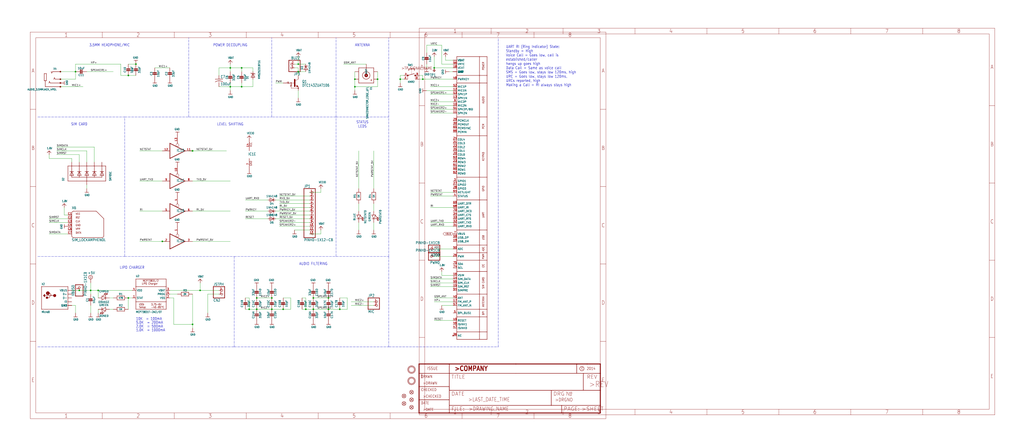
<source format=kicad_sch>
(kicad_sch (version 20211123) (generator eeschema)
  (paper "User" 688.899 301.701)
  (junction (at 292.1 45.72))
  (junction (at 60.96 195.58))
  (junction (at 228.6 208.28))
  (junction (at 129.54 218.44))
  (junction (at 190.5 208.28))
  (junction (at 238.76 58.42))
  (junction (at 66.04 195.58))
  (junction (at 269.24 53.34))
  (junction (at 254 53.34))
  (junction (at 172.72 200.66))
  (junction (at 220.98 208.28))
  (junction (at 109.22 162.56))
  (junction (at 86.36 50.8))
  (junction (at 53.34 195.58))
  (junction (at 86.36 200.66))
  (junction (at 50.8 48.26))
  (junction (at 172.72 208.28))
  (junction (at 205.74 208.28))
  (junction (at 162.56 45.72))
  (junction (at 91.44 43.18))
  (junction (at 200.66 48.26))
  (junction (at 284.48 53.34))
  (junction (at 210.82 208.28))
  (junction (at 154.94 45.72))
  (junction (at 162.56 58.42))
  (junction (at 182.88 200.66))
  (junction (at 154.94 58.42))
  (junction (at 210.82 200.66))
  (junction (at 182.88 208.28))
  (junction (at 167.64 208.28))
  (junction (at 200.66 43.18))
  (junction (at 220.98 200.66))
  (junction (at 134.62 195.58))
  (junction (at 238.76 53.34))
  (junction (at 129.54 101.6))
  (wire (pts (xy 269.24 53.34) (xy 269.24 55.88)))
  (wire (pts (xy 251.46 137.16) (xy 251.46 142.24)))
  (wire (pts (xy 208.28 154.94) (xy 198.12 154.94)))
  (wire (pts (xy 129.54 101.6) (xy 152.4 101.6)))
  (wire (pts (xy 241.3 127) (xy 241.3 101.6)))
  (wire (pts (xy 48.26 205.74) (xy 50.8 205.74)))
  (wire (pts (xy 208.28 149.86) (xy 187.96 149.86)))
  (wire (pts (xy 271.78 50.8) (xy 269.24 50.8)))
  (wire (pts (xy 215.9 157.48) (xy 208.28 157.48)))
  (wire (pts (xy 185.42 147.32) (xy 208.28 147.32)))
  (wire (pts (xy 116.84 218.44) (xy 129.54 218.44)))
  (polyline (pts (xy 335.28 233.68) (xy 335.28 25.4)))
  (wire (pts (xy 66.04 195.58) (xy 88.9 195.58)))
  (wire (pts (xy 304.8 167.64) (xy 292.1 167.64)))
  (wire (pts (xy 271.78 53.34) (xy 269.24 53.34)))
  (wire (pts (xy 147.32 58.42) (xy 154.94 58.42)))
  (wire (pts (xy 48.26 195.58) (xy 53.34 195.58)))
  (wire (pts (xy 198.12 45.72) (xy 200.66 45.72)))
  (wire (pts (xy 185.42 142.24) (xy 208.28 142.24)))
  (wire (pts (xy 104.14 45.72) (xy 114.3 45.72)))
  (wire (pts (xy 33.02 106.68) (xy 33.02 104.14)))
  (wire (pts (xy 134.62 195.58) (xy 114.3 195.58)))
  (wire (pts (xy 147.32 50.8) (xy 147.32 45.72)))
  (wire (pts (xy 86.36 43.18) (xy 91.44 43.18)))
  (wire (pts (xy 167.64 200.66) (xy 167.64 208.28)))
  (wire (pts (xy 187.96 144.78) (xy 208.28 144.78)))
  (wire (pts (xy 66.04 200.66) (xy 66.04 195.58)))
  (wire (pts (xy 162.56 55.88) (xy 162.56 58.42)))
  (wire (pts (xy 60.96 205.74) (xy 60.96 210.82)))
  (polyline (pts (xy 226.06 78.74) (xy 261.62 78.74)))
  (wire (pts (xy 134.62 195.58) (xy 147.32 195.58)))
  (wire (pts (xy 187.96 139.7) (xy 208.28 139.7)))
  (wire (pts (xy 289.56 71.12) (xy 304.8 71.12)))
  (polyline (pts (xy 157.48 233.68) (xy 157.48 172.72)))
  (wire (pts (xy 116.84 200.66) (xy 116.84 218.44)))
  (wire (pts (xy 304.8 40.64) (xy 299.72 40.64)))
  (wire (pts (xy 299.72 40.64) (xy 299.72 38.1)))
  (wire (pts (xy 53.34 195.58) (xy 60.96 195.58)))
  (wire (pts (xy 297.18 205.74) (xy 304.8 205.74)))
  (wire (pts (xy 205.74 200.66) (xy 205.74 208.28)))
  (wire (pts (xy 170.18 45.72) (xy 170.18 48.26)))
  (wire (pts (xy 165.1 200.66) (xy 167.64 200.66)))
  (wire (pts (xy 180.34 134.62) (xy 165.1 134.62)))
  (wire (pts (xy 172.72 208.28) (xy 182.88 208.28)))
  (wire (pts (xy 233.68 208.28) (xy 228.6 208.28)))
  (wire (pts (xy 190.5 208.28) (xy 182.88 208.28)))
  (wire (pts (xy 233.68 200.66) (xy 233.68 208.28)))
  (wire (pts (xy 187.96 152.4) (xy 208.28 152.4)))
  (wire (pts (xy 205.74 208.28) (xy 210.82 208.28)))
  (wire (pts (xy 76.2 48.26) (xy 58.42 48.26)))
  (wire (pts (xy 251.46 101.6) (xy 251.46 127)))
  (wire (pts (xy 134.62 195.58) (xy 134.62 190.5)))
  (wire (pts (xy 251.46 203.2) (xy 236.22 203.2)))
  (wire (pts (xy 304.8 149.86) (xy 289.56 149.86)))
  (wire (pts (xy 129.54 142.24) (xy 154.94 142.24)))
  (wire (pts (xy 304.8 139.7) (xy 289.56 139.7)))
  (wire (pts (xy 292.1 172.72) (xy 304.8 172.72)))
  (wire (pts (xy 162.56 48.26) (xy 162.56 45.72)))
  (wire (pts (xy 50.8 48.26) (xy 40.64 48.26)))
  (polyline (pts (xy 157.48 233.68) (xy 261.62 233.68)))
  (wire (pts (xy 40.64 53.34) (xy 50.8 53.34)))
  (wire (pts (xy 304.8 203.2) (xy 292.1 203.2)))
  (wire (pts (xy 304.8 215.9) (xy 292.1 215.9)))
  (wire (pts (xy 81.28 50.8) (xy 86.36 50.8)))
  (wire (pts (xy 109.22 162.56) (xy 93.98 162.56)))
  (wire (pts (xy 53.34 109.22) (xy 53.34 104.14)))
  (wire (pts (xy 76.2 208.28) (xy 73.66 208.28)))
  (wire (pts (xy 231.14 43.18) (xy 246.38 43.18)))
  (wire (pts (xy 215.9 154.94) (xy 215.9 157.48)))
  (wire (pts (xy 48.26 109.22) (xy 48.26 106.68)))
  (wire (pts (xy 195.58 200.66) (xy 195.58 208.28)))
  (wire (pts (xy 304.8 193.04) (xy 289.56 193.04)))
  (polyline (pts (xy 261.62 172.72) (xy 261.62 78.74)))
  (wire (pts (xy 180.34 147.32) (xy 165.1 147.32)))
  (wire (pts (xy 297.18 185.42) (xy 297.18 182.88)))
  (polyline (pts (xy 182.88 78.74) (xy 182.88 25.4)))
  (wire (pts (xy 162.56 58.42) (xy 170.18 58.42)))
  (wire (pts (xy 297.18 30.48) (xy 287.02 30.48)))
  (wire (pts (xy 40.64 58.42) (xy 55.88 58.42)))
  (wire (pts (xy 180.34 142.24) (xy 165.1 142.24)))
  (wire (pts (xy 220.98 200.66) (xy 210.82 200.66)))
  (wire (pts (xy 109.22 121.92) (xy 93.98 121.92)))
  (polyline (pts (xy 127 78.74) (xy 127 25.4)))
  (wire (pts (xy 269.24 50.8) (xy 269.24 53.34)))
  (wire (pts (xy 185.42 134.62) (xy 208.28 134.62)))
  (wire (pts (xy 241.3 149.86) (xy 241.3 154.94)))
  (wire (pts (xy 287.02 60.96) (xy 304.8 60.96)))
  (wire (pts (xy 238.76 60.96) (xy 238.76 58.42)))
  (polyline (pts (xy 226.06 78.74) (xy 226.06 25.4)))
  (wire (pts (xy 129.54 218.44) (xy 129.54 220.98)))
  (wire (pts (xy 60.96 198.12) (xy 60.96 195.58)))
  (wire (pts (xy 200.66 43.18) (xy 205.74 43.18)))
  (wire (pts (xy 304.8 132.08) (xy 289.56 132.08)))
  (wire (pts (xy 129.54 162.56) (xy 154.94 162.56)))
  (wire (pts (xy 50.8 43.18) (xy 81.28 43.18)))
  (wire (pts (xy 58.42 101.6) (xy 38.1 101.6)))
  (wire (pts (xy 304.8 73.66) (xy 289.56 73.66)))
  (polyline (pts (xy 83.82 172.72) (xy 157.48 172.72)))
  (wire (pts (xy 254 53.34) (xy 254 48.26)))
  (wire (pts (xy 205.74 208.28) (xy 203.2 208.28)))
  (wire (pts (xy 154.94 55.88) (xy 154.94 58.42)))
  (wire (pts (xy 304.8 48.26) (xy 302.26 48.26)))
  (wire (pts (xy 50.8 48.26) (xy 50.8 53.34)))
  (polyline (pts (xy 25.4 233.68) (xy 157.48 233.68)))
  (wire (pts (xy 200.66 48.26) (xy 200.66 50.8)))
  (wire (pts (xy 154.94 45.72) (xy 154.94 43.18)))
  (wire (pts (xy 170.18 58.42) (xy 170.18 53.34)))
  (wire (pts (xy 129.54 121.92) (xy 154.94 121.92)))
  (wire (pts (xy 127 101.6) (xy 129.54 101.6)))
  (polyline (pts (xy 226.06 78.74) (xy 182.88 78.74)))
  (wire (pts (xy 287.02 30.48) (xy 287.02 35.56)))
  (wire (pts (xy 182.88 200.66) (xy 172.72 200.66)))
  (wire (pts (xy 86.36 200.66) (xy 88.9 200.66)))
  (wire (pts (xy 50.8 48.26) (xy 50.8 43.18)))
  (wire (pts (xy 81.28 43.18) (xy 81.28 50.8)))
  (wire (pts (xy 284.48 50.8) (xy 284.48 53.34)))
  (wire (pts (xy 228.6 208.28) (xy 220.98 208.28)))
  (wire (pts (xy 58.42 124.46) (xy 58.42 127)))
  (polyline (pts (xy 261.62 233.68) (xy 261.62 172.72)))
  (wire (pts (xy 86.36 208.28) (xy 86.36 200.66)))
  (wire (pts (xy 238.76 48.26) (xy 238.76 53.34)))
  (wire (pts (xy 304.8 43.18) (xy 297.18 43.18)))
  (wire (pts (xy 254 58.42) (xy 254 53.34)))
  (polyline (pts (xy 25.4 172.72) (xy 83.82 172.72)))
  (wire (pts (xy 60.96 195.58) (xy 60.96 190.5)))
  (wire (pts (xy 111.76 162.56) (xy 109.22 162.56)))
  (wire (pts (xy 287.02 43.18) (xy 287.02 45.72)))
  (wire (pts (xy 154.94 58.42) (xy 162.56 58.42)))
  (wire (pts (xy 200.66 60.96) (xy 200.66 66.04)))
  (wire (pts (xy 238.76 58.42) (xy 254 58.42)))
  (polyline (pts (xy 157.48 172.72) (xy 226.06 172.72)))
  (wire (pts (xy 200.66 48.26) (xy 205.74 48.26)))
  (wire (pts (xy 200.66 43.18) (xy 198.12 43.18)))
  (wire (pts (xy 236.22 205.74) (xy 251.46 205.74)))
  (polyline (pts (xy 83.82 78.74) (xy 127 78.74)))
  (wire (pts (xy 129.54 198.12) (xy 129.54 218.44)))
  (wire (pts (xy 154.94 60.96) (xy 154.94 58.42)))
  (wire (pts (xy 45.72 149.86) (xy 33.02 149.86)))
  (wire (pts (xy 154.94 45.72) (xy 162.56 45.72)))
  (polyline (pts (xy 226.06 172.72) (xy 226.06 78.74)))
  (wire (pts (xy 228.6 200.66) (xy 233.68 200.66)))
  (wire (pts (xy 45.72 144.78) (xy 43.18 144.78)))
  (wire (pts (xy 190.5 200.66) (xy 195.58 200.66)))
  (wire (pts (xy 215.9 129.54) (xy 208.28 129.54)))
  (wire (pts (xy 76.2 200.66) (xy 73.66 200.66)))
  (wire (pts (xy 114.3 198.12) (xy 119.38 198.12)))
  (wire (pts (xy 304.8 129.54) (xy 289.56 129.54)))
  (wire (pts (xy 210.82 208.28) (xy 220.98 208.28)))
  (wire (pts (xy 289.56 63.5) (xy 304.8 63.5)))
  (wire (pts (xy 289.56 58.42) (xy 304.8 58.42)))
  (wire (pts (xy 187.96 137.16) (xy 208.28 137.16)))
  (wire (pts (xy 58.42 109.22) (xy 58.42 101.6)))
  (wire (pts (xy 109.22 142.24) (xy 93.98 142.24)))
  (wire (pts (xy 289.56 187.96) (xy 304.8 187.96)))
  (wire (pts (xy 147.32 45.72) (xy 154.94 45.72)))
  (wire (pts (xy 297.18 43.18) (xy 297.18 30.48)))
  (wire (pts (xy 289.56 76.2) (xy 304.8 76.2)))
  (wire (pts (xy 200.66 45.72) (xy 200.66 48.26)))
  (polyline (pts (xy 261.62 233.68) (xy 335.28 233.68)))
  (polyline (pts (xy 226.06 172.72) (xy 261.62 172.72)))
  (wire (pts (xy 195.58 208.28) (xy 190.5 208.28)))
  (wire (pts (xy 45.72 147.32) (xy 33.02 147.32)))
  (wire (pts (xy 167.64 208.28) (xy 165.1 208.28)))
  (wire (pts (xy 304.8 152.4) (xy 289.56 152.4)))
  (wire (pts (xy 109.22 101.6) (xy 93.98 101.6)))
  (wire (pts (xy 162.56 45.72) (xy 170.18 45.72)))
  (wire (pts (xy 304.8 190.5) (xy 289.56 190.5)))
  (wire (pts (xy 284.48 53.34) (xy 281.94 53.34)))
  (wire (pts (xy 43.18 144.78) (xy 43.18 139.7)))
  (wire (pts (xy 215.9 127) (xy 215.9 129.54)))
  (wire (pts (xy 238.76 53.34) (xy 238.76 58.42)))
  (polyline (pts (xy 127 78.74) (xy 182.88 78.74)))
  (wire (pts (xy 48.26 106.68) (xy 33.02 106.68)))
  (wire (pts (xy 292.1 45.72) (xy 292.1 38.1)))
  (wire (pts (xy 304.8 53.34) (xy 284.48 53.34)))
  (polyline (pts (xy 25.4 78.74) (xy 83.82 78.74)))
  (wire (pts (xy 200.66 38.1) (xy 200.66 43.18)))
  (wire (pts (xy 60.96 195.58) (xy 66.04 195.58)))
  (wire (pts (xy 139.7 198.12) (xy 147.32 198.12)))
  (wire (pts (xy 66.04 208.28) (xy 66.04 210.82)))
  (wire (pts (xy 203.2 200.66) (xy 205.74 200.66)))
  (wire (pts (xy 114.3 200.66) (xy 116.84 200.66)))
  (wire (pts (xy 63.5 99.06) (xy 38.1 99.06)))
  (wire (pts (xy 304.8 185.42) (xy 297.18 185.42)))
  (wire (pts (xy 304.8 45.72) (xy 292.1 45.72)))
  (wire (pts (xy 33.02 157.48) (xy 45.72 157.48)))
  (wire (pts (xy 241.3 137.16) (xy 241.3 142.24)))
  (wire (pts (xy 63.5 109.22) (xy 63.5 99.06)))
  (wire (pts (xy 91.44 50.8) (xy 86.36 50.8)))
  (wire (pts (xy 53.34 104.14) (xy 38.1 104.14)))
  (wire (pts (xy 281.94 50.8) (xy 284.48 50.8)))
  (wire (pts (xy 50.8 205.74) (xy 50.8 210.82)))
  (wire (pts (xy 251.46 154.94) (xy 251.46 149.86)))
  (wire (pts (xy 154.94 48.26) (xy 154.94 45.72)))
  (polyline (pts (xy 83.82 172.72) (xy 83.82 78.74)))
  (wire (pts (xy 187.96 132.08) (xy 208.28 132.08)))
  (wire (pts (xy 304.8 68.58) (xy 289.56 68.58)))
  (wire (pts (xy 304.8 200.66) (xy 292.1 200.66)))
  (wire (pts (xy 139.7 198.12) (xy 139.7 210.82)))
  (wire (pts (xy 190.5 55.88) (xy 185.42 55.88)))
  (polyline (pts (xy 261.62 78.74) (xy 261.62 25.4)))
  (wire (pts (xy 167.64 208.28) (xy 172.72 208.28)))
  (text "POWER DECOUPLING" (at 154.94 30.48 180) (effects (font (size 1.778 1.5113))))
  (text "3.5MM HEADPHONE/MIC" (at 73.66 30.48 180) (effects (font (size 1.778 1.5113))))
  (text "STATUS\nLEDS" (at 243.84 83.82 180) (effects (font (size 1.778 1.5113))))
  (text "SIM CARD" (at 53.34 83.82 180) (effects (font (size 1.778 1.5113))))
  (text "ANTENNA" (at 243.84 30.48 180) (effects (font (size 1.778 1.5113))))
  (text "10K  = 100mA" (at 91.44 215.9 180) (effects (font (size 1.778 1.5113)) (justify left bottom)))
  (text "2.0K  = 500mA" (at 91.44 220.98 180) (effects (font (size 1.778 1.5113)) (justify left bottom)))
  (text "LIPO CHARGER" (at 88.9 180.34 180) (effects (font (size 1.778 1.5113))))
  (text "AUDIO FILTERING" (at 210.82 177.8 180) (effects (font (size 1.778 1.5113))))
  (text "1.0K  = 1000mA" (at 91.44 223.52 180) (effects (font (size 1.778 1.5113)) (justify left bottom)))
  (text "LEVEL SHIFTING" (at 154.94 83.82 180) (effects (font (size 1.778 1.5113))))
  (text "5.0K  = 200mA" (at 91.44 218.44 180) (effects (font (size 1.778 1.5113)) (justify left bottom)))
  (text "UART RI (Ring Indicator) State:\nStandby = High\nVoice Call = Goes low, call is\nestablished/caller\nhangs up goes high\nData Call = Same as voice call\nSMS = Goes low, stays low 120ms, high\nURC = Goes low, stays low 120ms,\nURCs reported, high\nMaking a Call = RI always stays high" (at 340.36 58.42 0) (effects (font (size 1.778 1.5113)) (justify left bottom)))
  (label "SIMCLK" (at 33.02 149.86 0) (effects (font (size 1.2446 1.2446))))
  (label "GSM_ANT" (at 231.14 43.18 0) (effects (font (size 1.2446 1.2446))))
  (label "SPEAKER2-" (at 213.36 208.28 0) (effects (font (size 1.2446 1.2446))))
  (label "TXD_5V" (at 132.08 121.92 0) (effects (font (size 1.2446 1.2446))))
  (label "PWM" (at 292.1 172.72 0) (effects (font (size 1.2446 1.2446))))
  (label "NETSTAT" (at 93.98 101.6 0) (effects (font (size 1.2446 1.2446))))
  (label "MIC1+" (at 48.26 58.42 0) (effects (font (size 1.2446 1.2446))))
  (label "ADC" (at 292.1 167.64 0) (effects (font (size 1.2446 1.2446))))
  (label "UART_RXD" (at 289.56 152.4 0) (effects (font (size 1.2446 1.2446))))
  (label "SIMRST" (at 289.56 193.04 0) (effects (font (size 1.2446 1.2446))))
  (label "RESET" (at 292.1 215.9 0) (effects (font (size 1.2446 1.2446))))
  (label "PWRSTAT_5V" (at 132.08 162.56 0) (effects (font (size 1.2446 1.2446))))
  (label "GSM_ANT" (at 292.1 200.66 0) (effects (font (size 1.2446 1.2446))))
  (label "RXD_5V" (at 187.96 134.62 0) (effects (font (size 1.2446 1.2446))))
  (label "VRTC" (at 289.56 30.48 0) (effects (font (size 1.2446 1.2446))))
  (label "MIC2+" (at 238.76 203.2 0) (effects (font (size 1.2446 1.2446))))
  (label "RI" (at 93.98 142.24 0) (effects (font (size 1.2446 1.2446))))
  (label "SIMRST" (at 38.1 104.14 0) (effects (font (size 1.2446 1.2446))))
  (label "MIC1+" (at 106.68 45.72 0) (effects (font (size 1.2446 1.2446))))
  (label "NETSTAT" (at 289.56 129.54 0) (effects (font (size 1.2446 1.2446))))
  (label "NETSTAT_5V" (at 132.08 101.6 0) (effects (font (size 1.2446 1.2446))))
  (label "SPEAKER2-" (at 289.56 76.2 0) (effects (font (size 1.2446 1.2446))))
  (label "UART_TXD" (at 93.98 121.92 0) (effects (font (size 1.2446 1.2446))))
  (label "RI_5V" (at 187.96 139.7 0) (effects (font (size 1.2446 1.2446))))
  (label "MIC2-" (at 175.26 208.28 0) (effects (font (size 1.2446 1.2446))))
  (label "RESET_5V" (at 187.96 147.32 0) (effects (font (size 1.2446 1.2446))))
  (label "RI_5V" (at 132.08 142.24 0) (effects (font (size 1.2446 1.2446))))
  (label "SPEAKER2+" (at 289.56 73.66 0) (effects (font (size 1.2446 1.2446))))
  (label "SIMDATA" (at 33.02 157.48 0) (effects (font (size 1.2446 1.2446))))
  (label "MIC2-" (at 289.56 71.12 0) (effects (font (size 1.2446 1.2446))))
  (label "MIC2+" (at 289.56 68.58 0) (effects (font (size 1.2446 1.2446))))
  (label "HP+" (at 60.96 43.18 0) (effects (font (size 1.2446 1.2446))))
  (label "SPEAKER2+" (at 213.36 200.66 0) (effects (font (size 1.2446 1.2446))))
  (label "SIMDATA" (at 38.1 99.06 0) (effects (font (size 1.2446 1.2446))))
  (label "SPEAKER1+" (at 289.56 63.5 0) (effects (font (size 1.2446 1.2446))))
  (label "TXD_5V" (at 187.96 137.16 0) (effects (font (size 1.2446 1.2446))))
  (label "MIC2+" (at 175.26 200.66 0) (effects (font (size 1.2446 1.2446))))
  (label "MIC2-" (at 238.76 205.74 0) (effects (font (size 1.2446 1.2446))))
  (label "HP+" (at 292.1 203.2 0) (effects (font (size 1.2446 1.2446))))
  (label "SIMDATA" (at 289.56 187.96 0) (effects (font (size 1.2446 1.2446))))
  (label "UART_TXD" (at 289.56 149.86 0) (effects (font (size 1.2446 1.2446))))
  (label "PWRSTAT" (at 93.98 162.56 0) (effects (font (size 1.2446 1.2446))))
  (label "SIMRST" (at 33.02 147.32 0) (effects (font (size 1.2446 1.2446))))
  (label "PWRKEY" (at 289.56 53.34 0) (effects (font (size 1.2446 1.2446))))
  (label "SPEAKER1+" (at 60.96 48.26 0) (effects (font (size 1.2446 1.2446))))
  (label "NETSTAT_5V" (at 187.96 132.08 0) (effects (font (size 1.2446 1.2446))))
  (label "SPEAKER2+" (at 187.96 152.4 0) (effects (font (size 1.2446 1.2446))))
  (label "RESET" (at 165.1 147.32 0) (effects (font (size 1.2446 1.2446))))
  (label "NETSTAT_5V" (at 241.3 119.38 90) (effects (font (size 1.2446 1.2446))))
  (label "PWRSTAT_5V" (at 251.46 119.38 90) (effects (font (size 1.2446 1.2446))))
  (label "SPEAKER2-" (at 187.96 149.86 0) (effects (font (size 1.2446 1.2446))))
  (label "SIMCLK" (at 289.56 190.5 0) (effects (font (size 1.2446 1.2446))))
  (label "PWRKEY" (at 165.1 142.24 0) (effects (font (size 1.2446 1.2446))))
  (label "RI" (at 289.56 139.7 0) (effects (font (size 1.2446 1.2446))))
  (label "UART_RXD" (at 165.1 134.62 0) (effects (font (size 1.2446 1.2446))))
  (label "SIMCLK" (at 38.1 101.6 0) (effects (font (size 1.2446 1.2446))))
  (label "PWRSTAT" (at 289.56 132.08 0) (effects (font (size 1.2446 1.2446))))
  (label "PWRKEY_5V" (at 187.96 142.24 0) (effects (font (size 1.2446 1.2446))))
  (label "PWRSTAT_5V" (at 187.96 144.78 0) (effects (font (size 1.2446 1.2446))))
  (label "MIC1+" (at 289.56 58.42 0) (effects (font (size 1.2446 1.2446))))
  (label "PWM" (at 185.42 55.88 0) (effects (font (size 1.2446 1.2446))))
  (global_label "VBUS" (shape bidirectional) (at 304.8 157.48 180) (effects (font (size 1.016 1.016))) (property "Intersheet References" "${INTERSHEET_REFS}" (effects hide)))
  (symbol (lib_id "eagleSchem-eagle-import:MOUNTINGHOLE2.5") (at 276.86 248.92 0) (unit 1)
    (property "Reference" "U$34" (effects hide))
    (property "Value" "MOUNTINGHOLE2.5" (effects hide))
    (property "Footprint" "eagleSchem:MOUNTINGHOLE_2.5_PLATED" (effects hide))
  )
  (symbol (lib_id "eagleSchem-eagle-import:RESISTOR0805_NOOUTLINE") (at 81.28 208.28 0) (unit 1)
    (property "Reference" "R2" (at 81.28 205.74 0))
    (property "Value" "1K" (at 81.28 208.28 0) (effects (font (size 1.016 1.016) bold)))
    (property "Footprint" "eagleSchem:0805-NO" (effects hide))
  )
  (symbol (lib_id "eagleSchem-eagle-import:CAP_4PACK1206") (at 182.88 195.58 180) (unit 4)
    (property "Reference" "C15" (at 185.17 196.83 90))
    (property "Value" "10pF" (at 180.58 196.83 90))
    (property "Footprint" "eagleSchem:RESPACK_4X0603" (effects hide))
  )
  (symbol (lib_id "eagleSchem-eagle-import:CAP_4PACK1206") (at 220.98 210.82 180) (unit 1)
    (property "Reference" "C17" (at 223.27 212.07 90))
    (property "Value" "10pF" (at 218.68 212.07 90))
    (property "Footprint" "eagleSchem:RESPACK_4X0603" (effects hide))
  )
  (symbol (lib_id "eagleSchem-eagle-import:C-USC1210") (at 147.32 53.34 0) (unit 1)
    (property "Reference" "C7" (at 148.336 52.705 0) (effects (font (size 1.778 1.5113)) (justify left bottom)))
    (property "Value" "100uF" (at 148.336 57.531 0) (effects (font (size 1.778 1.5113)) (justify left bottom)))
    (property "Footprint" "eagleSchem:C1210" (effects hide))
  )
  (symbol (lib_id "eagleSchem-eagle-import:DIODE-ZENERSOD123") (at 170.18 50.8 90) (unit 1)
    (property "Reference" "D1" (at 167.1574 53.34 0) (effects (font (size 1.27 1.0795)) (justify left bottom)))
    (property "Value" "MMSZ5231BT1G" (at 175.0314 53.34 0) (effects (font (size 1.27 1.0795)) (justify left bottom)))
    (property "Footprint" "eagleSchem:SOD-123" (effects hide))
  )
  (symbol (lib_id "eagleSchem-eagle-import:RESISTOR0805_NOOUTLINE") (at 124.46 198.12 0) (unit 1)
    (property "Reference" "R3" (at 124.46 195.58 0))
    (property "Value" "2K" (at 124.46 198.12 0) (effects (font (size 1.016 1.016) bold)))
    (property "Footprint" "eagleSchem:0805-NO" (effects hide))
  )
  (symbol (lib_id "eagleSchem-eagle-import:CAP_CERAMIC0805-NOOUTLINE") (at 86.36 48.26 0) (unit 1)
    (property "Reference" "C10" (at 84.07 47.01 90))
    (property "Value" "10pF" (at 88.66 47.01 90))
    (property "Footprint" "eagleSchem:0805-NO" (effects hide))
  )
  (symbol (lib_id "eagleSchem-eagle-import:CAP_CERAMIC0805-NOOUTLINE") (at 154.94 53.34 0) (unit 1)
    (property "Reference" "C6" (at 152.65 52.09 90))
    (property "Value" "33pF" (at 157.24 52.09 90))
    (property "Footprint" "eagleSchem:0805-NO" (effects hide))
  )
  (symbol (lib_id "eagleSchem-eagle-import:RESISTOR0805_NOOUTLINE") (at 251.46 132.08 90) (unit 1)
    (property "Reference" "R4" (at 248.92 132.08 0))
    (property "Value" "1K" (at 251.46 132.08 0) (effects (font (size 1.016 1.016) bold)))
    (property "Footprint" "eagleSchem:0805-NO" (effects hide))
  )
  (symbol (lib_id "eagleSchem-eagle-import:GND") (at 60.96 213.36 0) (unit 1)
    (property "Reference" "#U$3" (effects hide))
    (property "Value" "GND" (at 59.436 215.9 0) (effects (font (size 1.27 1.0795)) (justify left bottom)))
    (property "Footprint" "eagleSchem:" (effects hide))
  )
  (symbol (lib_id "eagleSchem-eagle-import:GND") (at 284.48 60.96 270) (unit 1)
    (property "Reference" "#U$17" (effects hide))
    (property "Value" "GND" (at 281.94 59.436 0) (effects (font (size 1.27 1.0795)) (justify left bottom)))
    (property "Footprint" "eagleSchem:" (effects hide))
  )
  (symbol (lib_id "eagleSchem-eagle-import:CAP_4PACK1206") (at 210.82 205.74 0) (unit 3)
    (property "Reference" "C16" (at 208.53 204.49 90))
    (property "Value" "33pF" (at 213.12 204.49 90))
    (property "Footprint" "eagleSchem:RESPACK_4X0603" (effects hide))
  )
  (symbol (lib_id "eagleSchem-eagle-import:GND") (at 172.72 218.44 0) (unit 1)
    (property "Reference" "#U$46" (effects hide))
    (property "Value" "GND" (at 171.196 220.98 0) (effects (font (size 1.27 1.0795)) (justify left bottom)))
    (property "Footprint" "eagleSchem:" (effects hide))
  )
  (symbol (lib_id "eagleSchem-eagle-import:CAP_4PACK1206") (at 172.72 213.36 0) (unit 1)
    (property "Reference" "C14" (at 170.43 212.11 90))
    (property "Value" "33pF" (at 175.02 212.11 90))
    (property "Footprint" "eagleSchem:RESPACK_4X0603" (effects hide))
  )
  (symbol (lib_id "eagleSchem-eagle-import:74125PW") (at 119.38 162.56 0) (unit 1)
    (property "Reference" "IC1" (at 118.745 163.195 0) (effects (font (size 1.778 1.5113)) (justify left bottom)))
    (property "Value" "74VHCT125PW" (effects hide))
    (property "Footprint" "eagleSchem:TSSOP14" (effects hide))
  )
  (symbol (lib_id "eagleSchem-eagle-import:CAP_4PACK1206") (at 182.88 210.82 180) (unit 1)
    (property "Reference" "C15" (at 185.17 212.07 90))
    (property "Value" "10pF" (at 180.58 212.07 90))
    (property "Footprint" "eagleSchem:RESPACK_4X0603" (effects hide))
  )
  (symbol (lib_id "eagleSchem-eagle-import:CAP_CERAMIC0805-NOOUTLINE") (at 114.3 50.8 0) (unit 1)
    (property "Reference" "C2" (at 112.01 49.55 90))
    (property "Value" "33pF" (at 116.6 49.55 90))
    (property "Footprint" "eagleSchem:0805-NO" (effects hide))
  )
  (symbol (lib_id "eagleSchem-eagle-import:1.8V") (at 33.02 101.6 0) (unit 1)
    (property "Reference" "#U$15" (effects hide))
    (property "Value" "1.8V" (at 31.496 100.584 0) (effects (font (size 1.27 1.0795)) (justify left bottom)))
    (property "Footprint" "eagleSchem:" (effects hide))
  )
  (symbol (lib_id "eagleSchem-eagle-import:GND") (at 220.98 190.5 180) (unit 1)
    (property "Reference" "#U$49" (effects hide))
    (property "Value" "GND" (at 222.504 187.96 0) (effects (font (size 1.27 1.0795)) (justify left bottom)))
    (property "Footprint" "eagleSchem:" (effects hide))
  )
  (symbol (lib_id "eagleSchem-eagle-import:FIDUCIAL{dblquote}{dblquote}") (at 271.78 266.7 0) (unit 1)
    (property "Reference" "FID4" (effects hide))
    (property "Value" "FIDUCIAL{dblquote}{dblquote}" (effects hide))
    (property "Footprint" "eagleSchem:FIDUCIAL_1MM" (effects hide))
  )
  (symbol (lib_id "eagleSchem-eagle-import:VBAT") (at 154.94 40.64 0) (unit 1)
    (property "Reference" "#U$9" (effects hide))
    (property "Value" "VBAT" (at 153.416 39.624 0) (effects (font (size 1.27 1.0795)) (justify left bottom)))
    (property "Footprint" "eagleSchem:" (effects hide))
  )
  (symbol (lib_id "eagleSchem-eagle-import:JST_2PIN") (at 149.86 195.58 0) (mirror x) (unit 1)
    (property "Reference" "CN2" (at 143.51 201.295 0) (effects (font (size 1.778 1.5113)) (justify left bottom)))
    (property "Value" "JSTPH" (at 143.51 190.5 0) (effects (font (size 1.778 1.5113)) (justify left bottom)))
    (property "Footprint" "eagleSchem:JSTPH2" (effects hide))
  )
  (symbol (lib_id "eagleSchem-eagle-import:1.8V") (at 297.18 180.34 0) (unit 1)
    (property "Reference" "#U$8" (effects hide))
    (property "Value" "1.8V" (at 295.656 179.324 0) (effects (font (size 1.27 1.0795)) (justify left bottom)))
    (property "Footprint" "eagleSchem:" (effects hide))
  )
  (symbol (lib_id "eagleSchem-eagle-import:RESISTOR0805_NOOUTLINE") (at 81.28 200.66 0) (unit 1)
    (property "Reference" "R1" (at 81.28 198.12 0))
    (property "Value" "470" (at 81.28 200.66 0) (effects (font (size 1.016 1.016) bold)))
    (property "Footprint" "eagleSchem:0805-NO" (effects hide))
  )
  (symbol (lib_id "eagleSchem-eagle-import:GND") (at 299.72 48.26 270) (unit 1)
    (property "Reference" "#U$20" (effects hide))
    (property "Value" "GND" (at 297.18 46.736 0) (effects (font (size 1.27 1.0795)) (justify left bottom)))
    (property "Footprint" "eagleSchem:" (effects hide))
  )
  (symbol (lib_id "eagleSchem-eagle-import:GND") (at 119.38 149.86 180) (unit 1)
    (property "Reference" "#U$5" (effects hide))
    (property "Value" "GND" (at 120.904 147.32 0) (effects (font (size 1.27 1.0795)) (justify left bottom)))
    (property "Footprint" "eagleSchem:" (effects hide))
  )
  (symbol (lib_id "eagleSchem-eagle-import:GND") (at 50.8 213.36 0) (unit 1)
    (property "Reference" "#U$2" (effects hide))
    (property "Value" "GND" (at 49.276 215.9 0) (effects (font (size 1.27 1.0795)) (justify left bottom)))
    (property "Footprint" "eagleSchem:" (effects hide))
  )
  (symbol (lib_id "eagleSchem-eagle-import:RESISTOR0805_NOOUTLINE") (at 241.3 132.08 90) (unit 1)
    (property "Reference" "R5" (at 238.76 132.08 0))
    (property "Value" "1K" (at 241.3 132.08 0) (effects (font (size 1.016 1.016) bold)))
    (property "Footprint" "eagleSchem:0805-NO" (effects hide))
  )
  (symbol (lib_id "eagleSchem-eagle-import:LED0805_NOOUTLINE") (at 251.46 147.32 270) (unit 1)
    (property "Reference" "PWRSTAT0" (at 255.905 146.05 0))
    (property "Value" "GREEN" (at 248.666 146.05 0))
    (property "Footprint" "eagleSchem:CHIPLED_0805_NOOUTLINE" (effects hide))
  )
  (symbol (lib_id "eagleSchem-eagle-import:GND") (at 119.38 109.22 180) (unit 1)
    (property "Reference" "#U$19" (effects hide))
    (property "Value" "GND" (at 120.904 106.68 0) (effects (font (size 1.27 1.0795)) (justify left bottom)))
    (property "Footprint" "eagleSchem:" (effects hide))
  )
  (symbol (lib_id "eagleSchem-eagle-import:FIDUCIAL{dblquote}{dblquote}") (at 276.86 264.16 0) (unit 1)
    (property "Reference" "FID2" (effects hide))
    (property "Value" "FIDUCIAL{dblquote}{dblquote}" (effects hide))
    (property "Footprint" "eagleSchem:FIDUCIAL_1MM" (effects hide))
  )
  (symbol (lib_id "eagleSchem-eagle-import:GND") (at 91.44 40.64 180) (unit 1)
    (property "Reference" "#U$37" (effects hide))
    (property "Value" "GND" (at 92.964 38.1 0) (effects (font (size 1.27 1.0795)) (justify left bottom)))
    (property "Footprint" "eagleSchem:" (effects hide))
  )
  (symbol (lib_id "eagleSchem-eagle-import:74125PW") (at 119.38 101.6 0) (unit 4)
    (property "Reference" "IC1" (at 118.745 102.235 0) (effects (font (size 1.778 1.5113)) (justify left bottom)))
    (property "Value" "74VHCT125PW" (effects hide))
    (property "Footprint" "eagleSchem:TSSOP14" (effects hide))
  )
  (symbol (lib_id "eagleSchem-eagle-import:CAP_4PACK1206") (at 203.2 205.74 0) (unit 2)
    (property "Reference" "C16" (at 200.91 204.49 90))
    (property "Value" "33pF" (at 205.5 204.49 90))
    (property "Footprint" "eagleSchem:RESPACK_4X0603" (effects hide))
  )
  (symbol (lib_id "eagleSchem-eagle-import:VCCIO") (at 215.9 124.46 0) (unit 1)
    (property "Reference" "#U$29" (effects hide))
    (property "Value" "VCCIO" (at 214.376 123.444 0) (effects (font (size 1.27 1.0795)) (justify left bottom)))
    (property "Footprint" "eagleSchem:" (effects hide))
  )
  (symbol (lib_id "eagleSchem-eagle-import:GND") (at 104.14 55.88 0) (unit 1)
    (property "Reference" "#U$41" (effects hide))
    (property "Value" "GND" (at 102.616 58.42 0) (effects (font (size 1.27 1.0795)) (justify left bottom)))
    (property "Footprint" "eagleSchem:" (effects hide))
  )
  (symbol (lib_id "eagleSchem-eagle-import:CAP_4PACK1206") (at 172.72 195.58 180) (unit 4)
    (property "Reference" "C14" (at 175.01 196.83 90))
    (property "Value" "33pF" (at 170.42 196.83 90))
    (property "Footprint" "eagleSchem:RESPACK_4X0603" (effects hide))
  )
  (symbol (lib_id "eagleSchem-eagle-import:CAP_4PACK1206") (at 210.82 195.58 180) (unit 4)
    (property "Reference" "C16" (at 213.11 196.83 90))
    (property "Value" "33pF" (at 208.52 196.83 90))
    (property "Footprint" "eagleSchem:RESPACK_4X0603" (effects hide))
  )
  (symbol (lib_id "eagleSchem-eagle-import:-NPN_DRIVER-SC59-BEC") (at 198.12 55.88 0) (unit 1)
    (property "Reference" "Q1" (at 203.2 55.88 0) (effects (font (size 1.778 1.5113)) (justify left bottom)))
    (property "Value" "DTC143ZUAT106" (at 203.2 58.42 0) (effects (font (size 1.778 1.5113)) (justify left bottom)))
    (property "Footprint" "eagleSchem:SC59-BEC" (effects hide))
  )
  (symbol (lib_id "eagleSchem-eagle-import:GND") (at 119.38 88.9 180) (unit 1)
    (property "Reference" "#U$53" (effects hide))
    (property "Value" "GND" (at 120.904 86.36 0) (effects (font (size 1.27 1.0795)) (justify left bottom)))
    (property "Footprint" "eagleSchem:" (effects hide))
  )
  (symbol (lib_id "eagleSchem-eagle-import:LED0805_NOOUTLINE") (at 71.12 200.66 0) (unit 1)
    (property "Reference" "CHRG0" (at 69.85 196.215 0))
    (property "Value" "ORANGE" (at 69.85 203.454 0))
    (property "Footprint" "eagleSchem:CHIPLED_0805_NOOUTLINE" (effects hide))
  )
  (symbol (lib_id "eagleSchem-eagle-import:GND") (at 251.46 157.48 0) (unit 1)
    (property "Reference" "#U$16" (effects hide))
    (property "Value" "GND" (at 249.936 160.02 0) (effects (font (size 1.27 1.0795)) (justify left bottom)))
    (property "Footprint" "eagleSchem:" (effects hide))
  )
  (symbol (lib_id "eagleSchem-eagle-import:GND") (at 297.18 208.28 0) (unit 1)
    (property "Reference" "#U$35" (effects hide))
    (property "Value" "GND" (at 295.656 210.82 0) (effects (font (size 1.27 1.0795)) (justify left bottom)))
    (property "Footprint" "eagleSchem:" (effects hide))
  )
  (symbol (lib_id "eagleSchem-eagle-import:CAP_4PACK1206") (at 172.72 205.74 0) (unit 3)
    (property "Reference" "C14" (at 170.43 204.49 90))
    (property "Value" "33pF" (at 175.02 204.49 90))
    (property "Footprint" "eagleSchem:RESPACK_4X0603" (effects hide))
  )
  (symbol (lib_id "eagleSchem-eagle-import:GND") (at 167.64 116.84 0) (unit 1)
    (property "Reference" "#U$54" (effects hide))
    (property "Value" "GND" (at 166.116 119.38 0) (effects (font (size 1.27 1.0795)) (justify left bottom)))
    (property "Footprint" "eagleSchem:" (effects hide))
  )
  (symbol (lib_id "eagleSchem-eagle-import:GND") (at 43.18 152.4 270) (unit 1)
    (property "Reference" "#U$13" (effects hide))
    (property "Value" "GND" (at 40.64 150.876 0) (effects (font (size 1.27 1.0795)) (justify left bottom)))
    (property "Footprint" "eagleSchem:" (effects hide))
  )
  (symbol (lib_id "eagleSchem-eagle-import:DIODESOD-323") (at 182.88 147.32 0) (mirror x) (unit 1)
    (property "Reference" "D6" (at 182.88 149.86 0))
    (property "Value" "1N4148" (at 182.88 144.82 0))
    (property "Footprint" "eagleSchem:SOD-323" (effects hide))
  )
  (symbol (lib_id "eagleSchem-eagle-import:CAP_CERAMIC0805-NOOUTLINE") (at 91.44 48.26 0) (unit 1)
    (property "Reference" "C4" (at 89.15 47.01 90))
    (property "Value" "33pF" (at 93.74 47.01 90))
    (property "Footprint" "eagleSchem:0805-NO" (effects hide))
  )
  (symbol (lib_id "eagleSchem-eagle-import:FRAME_A3") (at 20.32 281.94 0) (unit 1)
    (property "Reference" "#FRAME1" (effects hide))
    (property "Value" "FRAME_A3" (effects hide))
    (property "Footprint" "eagleSchem:" (effects hide))
  )
  (symbol (lib_id "eagleSchem-eagle-import:CAP_CERAMIC0805-NOOUTLINE") (at 60.96 203.2 0) (unit 1)
    (property "Reference" "C1" (at 58.67 201.95 90))
    (property "Value" "10µF" (at 63.26 201.95 90))
    (property "Footprint" "eagleSchem:0805-NO" (effects hide))
  )
  (symbol (lib_id "eagleSchem-eagle-import:VCCIO") (at 167.64 91.44 0) (unit 1)
    (property "Reference" "#U$55" (effects hide))
    (property "Value" "VCCIO" (at 166.116 90.424 0) (effects (font (size 1.27 1.0795)) (justify left bottom)))
    (property "Footprint" "eagleSchem:" (effects hide))
  )
  (symbol (lib_id "eagleSchem-eagle-import:FIDUCIAL{dblquote}{dblquote}") (at 276.86 269.24 0) (unit 1)
    (property "Reference" "FID1" (effects hide))
    (property "Value" "FIDUCIAL{dblquote}{dblquote}" (effects hide))
    (property "Footprint" "eagleSchem:FIDUCIAL_1MM" (effects hide))
  )
  (symbol (lib_id "eagleSchem-eagle-import:SWITCH_TACT_SMT4.6X2.8") (at 276.86 50.8 0) (unit 1)
    (property "Reference" "SW1" (at 274.32 44.45 0) (effects (font (size 1.27 1.0795)) (justify left bottom)))
    (property "Value" "KMR2" (at 274.32 55.88 0) (effects (font (size 1.27 1.0795)) (justify left bottom)))
    (property "Footprint" "eagleSchem:BTN_KMR2_4.6X2.8" (effects hide))
  )
  (symbol (lib_id "eagleSchem-eagle-import:DIODESOD-323") (at 182.88 134.62 0) (mirror x) (unit 1)
    (property "Reference" "D4" (at 182.88 137.16 0))
    (property "Value" "1N4148" (at 182.88 132.12 0))
    (property "Footprint" "eagleSchem:SOD-323" (effects hide))
  )
  (symbol (lib_id "eagleSchem-eagle-import:TPTP11R") (at 292.1 48.26 180) (unit 1)
    (property "Reference" "TP1" (at 293.37 49.53 0) (effects (font (size 1.778 1.5113)) (justify left bottom)))
    (property "Value" "TPTP11R" (effects hide))
    (property "Footprint" "eagleSchem:TP11R" (effects hide))
  )
  (symbol (lib_id "eagleSchem-eagle-import:MCP73831{slash}2") (at 101.6 198.12 0) (unit 1)
    (property "Reference" "U2" (at 91.44 186.69 0) (effects (font (size 1.27 1.0795)) (justify left bottom)))
    (property "Value" "MCP73831T-2ACI/OT" (at 91.44 210.82 0) (effects (font (size 1.27 1.0795)) (justify left bottom)))
    (property "Footprint" "eagleSchem:SOT23-5" (effects hide))
  )
  (symbol (lib_id "eagleSchem-eagle-import:74125PW") (at 119.38 121.92 0) (unit 3)
    (property "Reference" "IC1" (at 118.745 122.555 0) (effects (font (size 1.778 1.5113)) (justify left bottom)))
    (property "Value" "74VHCT125PW" (effects hide))
    (property "Footprint" "eagleSchem:TSSOP14" (effects hide))
  )
  (symbol (lib_id "eagleSchem-eagle-import:GND") (at 172.72 190.5 180) (unit 1)
    (property "Reference" "#U$44" (effects hide))
    (property "Value" "GND" (at 174.244 187.96 0) (effects (font (size 1.27 1.0795)) (justify left bottom)))
    (property "Footprint" "eagleSchem:" (effects hide))
  )
  (symbol (lib_id "eagleSchem-eagle-import:TVSARRAY_5LANE") (at 58.42 119.38 90) (unit 1)
    (property "Reference" "D2" (at 43.18 121.92 0) (effects (font (size 1.27 1.0795)) (justify left bottom)))
    (property "Value" "SMF05C" (at 74.93 121.92 0) (effects (font (size 1.27 1.0795)) (justify left bottom)))
    (property "Footprint" "eagleSchem:SOT363" (effects hide))
  )
  (symbol (lib_id "eagleSchem-eagle-import:AUDIO_3.5MMJACK_4POL") (at 35.56 53.34 0) (unit 1)
    (property "Reference" "X4" (at 38.1 46.99 0) (effects (font (size 1.27 1.0795)) (justify right bottom)))
    (property "Value" "AUDIO_3.5MMJACK_4POL" (at 38.1 60.96 0) (effects (font (size 1.27 1.0795)) (justify right bottom)))
    (property "Footprint" "eagleSchem:4UCONN_18510" (effects hide))
  )
  (symbol (lib_id "eagleSchem-eagle-import:GND") (at 66.04 213.36 0) (unit 1)
    (property "Reference" "#U$7" (effects hide))
    (property "Value" "GND" (at 64.516 215.9 0) (effects (font (size 1.27 1.0795)) (justify left bottom)))
    (property "Footprint" "eagleSchem:" (effects hide))
  )
  (symbol (lib_id "eagleSchem-eagle-import:GND") (at 43.18 55.88 90) (unit 1)
    (property "Reference" "#U$25" (effects hide))
    (property "Value" "GND" (at 45.72 57.404 0) (effects (font (size 1.27 1.0795)) (justify left bottom)))
    (property "Footprint" "eagleSchem:" (effects hide))
  )
  (symbol (lib_id "eagleSchem-eagle-import:VBAT") (at 134.62 187.96 0) (unit 1)
    (property "Reference" "#U$18" (effects hide))
    (property "Value" "VBAT" (at 133.096 186.944 0) (effects (font (size 1.27 1.0795)) (justify left bottom)))
    (property "Footprint" "eagleSchem:" (effects hide))
  )
  (symbol (lib_id "eagleSchem-eagle-import:74125PW") (at 167.64 104.14 0) (unit 5)
    (property "Reference" "IC1" (at 167.005 104.775 0) (effects (font (size 1.778 1.5113)) (justify left bottom)))
    (property "Value" "74VHCT125PW" (effects hide))
    (property "Footprint" "eagleSchem:TSSOP14" (effects hide))
  )
  (symbol (lib_id "eagleSchem-eagle-import:GND") (at 119.38 129.54 180) (unit 1)
    (property "Reference" "#U$11" (effects hide))
    (property "Value" "GND" (at 120.904 127 0) (effects (font (size 1.27 1.0795)) (justify left bottom)))
    (property "Footprint" "eagleSchem:" (effects hide))
  )
  (symbol (lib_id "eagleSchem-eagle-import:CAP_CERAMIC0805-NOOUTLINE") (at 104.14 50.8 0) (unit 1)
    (property "Reference" "C3" (at 101.85 49.55 90))
    (property "Value" "10pF" (at 106.44 49.55 90))
    (property "Footprint" "eagleSchem:0805-NO" (effects hide))
  )
  (symbol (lib_id "eagleSchem-eagle-import:SMACONNECTOR_EDGE_UFL") (at 246.38 50.8 270) (unit 1)
    (property "Reference" "X1" (at 248.92 58.42 0) (effects (font (size 1.27 1.0795)) (justify left bottom)))
    (property "Value" "SMACONNECTOR_EDGE_UFL" (at 246.38 58.42 0) (effects (font (size 1.27 1.0795)) (justify left bottom)))
    (property "Footprint" "eagleSchem:SMA_EDGELAUNCH_UFL" (effects hide))
  )
  (symbol (lib_id "eagleSchem-eagle-import:FIDUCIAL{dblquote}{dblquote}") (at 271.78 271.78 0) (unit 1)
    (property "Reference" "FID5" (effects hide))
    (property "Value" "FIDUCIAL{dblquote}{dblquote}" (effects hide))
    (property "Footprint" "eagleSchem:FIDUCIAL_1MM" (effects hide))
  )
  (symbol (lib_id "eagleSchem-eagle-import:CAP_CERAMIC0805-NOOUTLINE") (at 287.02 40.64 0) (unit 1)
    (property "Reference" "C9" (at 284.73 39.39 90))
    (property "Value" "10uF" (at 289.32 39.39 90))
    (property "Footprint" "eagleSchem:0805-NO" (effects hide))
  )
  (symbol (lib_id "eagleSchem-eagle-import:VBAT") (at 215.9 152.4 0) (unit 1)
    (property "Reference" "#U$28" (effects hide))
    (property "Value" "VBAT" (at 214.376 151.384 0) (effects (font (size 1.27 1.0795)) (justify left bottom)))
    (property "Footprint" "eagleSchem:" (effects hide))
  )
  (symbol (lib_id "eagleSchem-eagle-import:+5V") (at 60.96 187.96 0) (unit 1)
    (property "Reference" "#SUPPLY1" (effects hide))
    (property "Value" "+5V" (at 59.055 184.785 0) (effects (font (size 1.778 1.5113)) (justify left bottom)))
    (property "Footprint" "eagleSchem:" (effects hide))
  )
  (symbol (lib_id "eagleSchem-eagle-import:HEADER-1X2ROUND") (at 254 205.74 0) (unit 1)
    (property "Reference" "JP2" (at 247.65 200.025 0) (effects (font (size 1.778 1.5113)) (justify left bottom)))
    (property "Value" "MIC" (at 247.65 210.82 0) (effects (font (size 1.778 1.5113)) (justify left bottom)))
    (property "Footprint" "eagleSchem:1X02_ROUND" (effects hide))
  )
  (symbol (lib_id "eagleSchem-eagle-import:GND") (at 241.3 157.48 0) (unit 1)
    (property "Reference" "#U$30" (effects hide))
    (property "Value" "GND" (at 239.776 160.02 0) (effects (font (size 1.27 1.0795)) (justify left bottom)))
    (property "Footprint" "eagleSchem:" (effects hide))
  )
  (symbol (lib_id "eagleSchem-eagle-import:GND") (at 220.98 218.44 0) (unit 1)
    (property "Reference" "#U$51" (effects hide))
    (property "Value" "GND" (at 219.456 220.98 0) (effects (font (size 1.27 1.0795)) (justify left bottom)))
    (property "Footprint" "eagleSchem:" (effects hide))
  )
  (symbol (lib_id "eagleSchem-eagle-import:2.8V") (at 292.1 35.56 0) (unit 1)
    (property "Reference" "#U$23" (effects hide))
    (property "Value" "2.8V" (at 290.576 34.544 0) (effects (font (size 1.27 1.0795)) (justify left bottom)))
    (property "Footprint" "eagleSchem:" (effects hide))
  )
  (symbol (lib_id "eagleSchem-eagle-import:GND") (at 182.88 190.5 180) (unit 1)
    (property "Reference" "#U$45" (effects hide))
    (property "Value" "GND" (at 184.404 187.96 0) (effects (font (size 1.27 1.0795)) (justify left bottom)))
    (property "Footprint" "eagleSchem:" (effects hide))
  )
  (symbol (lib_id "eagleSchem-eagle-import:GND") (at 154.94 63.5 0) (unit 1)
    (property "Reference" "#U$22" (effects hide))
    (property "Value" "GND" (at 153.416 66.04 0) (effects (font (size 1.27 1.0795)) (justify left bottom)))
    (property "Footprint" "eagleSchem:" (effects hide))
  )
  (symbol (lib_id "eagleSchem-eagle-import:GSM_SIM800L") (at 317.5 127 0) (unit 1)
    (property "Reference" "U1" (effects hide))
    (property "Value" "SIM800H/L" (effects hide))
    (property "Footprint" "eagleSchem:SIM800L" (effects hide))
  )
  (symbol (lib_id "eagleSchem-eagle-import:GND") (at 200.66 68.58 0) (unit 1)
    (property "Reference" "#U$32" (effects hide))
    (property "Value" "GND" (at 199.136 71.12 0) (effects (font (size 1.27 1.0795)) (justify left bottom)))
    (property "Footprint" "eagleSchem:" (effects hide))
  )
  (symbol (lib_id "eagleSchem-eagle-import:74125PW") (at 119.38 142.24 0) (unit 2)
    (property "Reference" "IC1" (at 118.745 142.875 0) (effects (font (size 1.778 1.5113)) (justify left bottom)))
    (property "Value" "74VHCT125PW" (effects hide))
    (property "Footprint" "eagleSchem:TSSOP14" (effects hide))
  )
  (symbol (lib_id "eagleSchem-eagle-import:GND") (at 139.7 213.36 0) (unit 1)
    (property "Reference" "#U$4" (effects hide))
    (property "Value" "GND" (at 138.176 215.9 0) (effects (font (size 1.27 1.0795)) (justify left bottom)))
    (property "Footprint" "eagleSchem:" (effects hide))
  )
  (symbol (lib_id "eagleSchem-eagle-import:VBAT") (at 299.72 35.56 0) (unit 1)
    (property "Reference" "#U$40" (effects hide))
    (property "Value" "VBAT" (at 298.196 34.544 0) (effects (font (size 1.27 1.0795)) (justify left bottom)))
    (property "Footprint" "eagleSchem:" (effects hide))
  )
  (symbol (lib_id "eagleSchem-eagle-import:CAP_4PACK1206") (at 228.6 205.74 0) (unit 2)
    (property "Reference" "C17" (at 226.31 204.49 90))
    (property "Value" "10pF" (at 230.9 204.49 90))
    (property "Footprint" "eagleSchem:RESPACK_4X0603" (effects hide))
  )
  (symbol (lib_id "eagleSchem-eagle-import:CAP_CERAMIC0805-NOOUTLINE") (at 162.56 53.34 0) (unit 1)
    (property "Reference" "C5" (at 160.27 52.09 90))
    (property "Value" "10pF" (at 164.86 52.09 90))
    (property "Footprint" "eagleSchem:0805-NO" (effects hide))
  )
  (symbol (lib_id "eagleSchem-eagle-import:PINHD-1X1CB") (at 289.56 172.72 180) (unit 1)
    (property "Reference" "PWM0" (at 295.91 175.895 0) (effects (font (size 1.778 1.5113)) (justify left bottom)))
    (property "Value" "PINHD-1X1CB" (at 295.91 167.64 0) (effects (font (size 1.778 1.5113)) (justify left bottom)))
    (property "Footprint" "eagleSchem:1X01-CLEANBIG" (effects hide))
  )
  (symbol (lib_id "eagleSchem-eagle-import:CAP_4PACK1206") (at 210.82 213.36 0) (unit 1)
    (property "Reference" "C16" (at 208.53 212.11 90))
    (property "Value" "33pF" (at 213.12 212.11 90))
    (property "Footprint" "eagleSchem:RESPACK_4X0603" (effects hide))
  )
  (symbol (lib_id "eagleSchem-eagle-import:DIODESOD-323") (at 182.88 142.24 0) (mirror x) (unit 1)
    (property "Reference" "D5" (at 182.88 144.78 0))
    (property "Value" "1N4148" (at 182.88 139.74 0))
    (property "Footprint" "eagleSchem:SOD-323" (effects hide))
  )
  (symbol (lib_id "eagleSchem-eagle-import:CAP_4PACK1206") (at 165.1 205.74 0) (unit 2)
    (property "Reference" "C14" (at 162.81 204.49 90))
    (property "Value" "33pF" (at 167.4 204.49 90))
    (property "Footprint" "eagleSchem:RESPACK_4X0603" (effects hide))
  )
  (symbol (lib_id "eagleSchem-eagle-import:CAP_4PACK1206") (at 220.98 205.74 0) (unit 3)
    (property "Reference" "C17" (at 218.69 204.49 90))
    (property "Value" "10pF" (at 223.28 204.49 90))
    (property "Footprint" "eagleSchem:RESPACK_4X0603" (effects hide))
  )
  (symbol (lib_id "eagleSchem-eagle-import:SIM_LOCKAMPHENOL") (at 58.42 149.86 0) (unit 1)
    (property "Reference" "X6" (at 48.26 140.97 0) (effects (font (size 1.778 1.5113)) (justify left bottom)))
    (property "Value" "SIM_LOCKAMPHENOL" (at 48.26 162.56 0) (effects (font (size 1.778 1.5113)) (justify left bottom)))
    (property "Footprint" "eagleSchem:C707_10M006_512_2" (effects hide))
  )
  (symbol (lib_id "eagleSchem-eagle-import:CAP_4PACK1206") (at 182.88 205.74 0) (unit 3)
    (property "Reference" "C15" (at 180.59 204.49 90))
    (property "Value" "10pF" (at 185.18 204.49 90))
    (property "Footprint" "eagleSchem:RESPACK_4X0603" (effects hide))
  )
  (symbol (lib_id "eagleSchem-eagle-import:PINHD-1X1CB") (at 53.34 193.04 90) (unit 1)
    (property "Reference" "VBUS0" (at 50.165 199.39 0) (effects (font (size 1.778 1.5113)) (justify left bottom)))
    (property "Value" "PINHD-1X1CB" (at 58.42 199.39 0) (effects (font (size 1.778 1.5113)) (justify left bottom)))
    (property "Footprint" "eagleSchem:1X01-CLEANBIG" (effects hide))
  )
  (symbol (lib_id "eagleSchem-eagle-import:CAP_4PACK1206") (at 190.5 205.74 0) (unit 2)
    (property "Reference" "C15" (at 188.21 204.49 90))
    (property "Value" "10pF" (at 192.8 204.49 90))
    (property "Footprint" "eagleSchem:RESPACK_4X0603" (effects hide))
  )
  (symbol (lib_id "eagleSchem-eagle-import:GND") (at 182.88 218.44 0) (unit 1)
    (property "Reference" "#U$47" (effects hide))
    (property "Value" "GND" (at 181.356 220.98 0) (effects (font (size 1.27 1.0795)) (justify left bottom)))
    (property "Footprint" "eagleSchem:" (effects hide))
  )
  (symbol (lib_id "eagleSchem-eagle-import:VBAT") (at 200.66 35.56 0) (unit 1)
    (property "Reference" "#U$52" (effects hide))
    (property "Value" "VBAT" (at 199.136 34.544 0) (effects (font (size 1.27 1.0795)) (justify left bottom)))
    (property "Footprint" "eagleSchem:" (effects hide))
  )
  (symbol (lib_id "eagleSchem-eagle-import:1.8V") (at 43.18 137.16 0) (unit 1)
    (property "Reference" "#U$1" (effects hide))
    (property "Value" "1.8V" (at 41.656 136.144 0) (effects (font (size 1.27 1.0795)) (justify left bottom)))
    (property "Footprint" "eagleSchem:" (effects hide))
  )
  (symbol (lib_id "eagleSchem-eagle-import:GND") (at 210.82 218.44 0) (unit 1)
    (property "Reference" "#U$50" (effects hide))
    (property "Value" "GND" (at 209.296 220.98 0) (effects (font (size 1.27 1.0795)) (justify left bottom)))
    (property "Footprint" "eagleSchem:" (effects hide))
  )
  (symbol (lib_id "eagleSchem-eagle-import:GND") (at 129.54 223.52 0) (unit 1)
    (property "Reference" "#U$6" (effects hide))
    (property "Value" "GND" (at 128.016 226.06 0) (effects (font (size 1.27 1.0795)) (justify left bottom)))
    (property "Footprint" "eagleSchem:" (effects hide))
  )
  (symbol (lib_id "eagleSchem-eagle-import:LED0805_NOOUTLINE") (at 68.58 208.28 180) (unit 1)
    (property "Reference" "DONE0" (at 69.85 212.725 0))
    (property "Value" "GREEN" (at 69.85 205.486 0))
    (property "Footprint" "eagleSchem:CHIPLED_0805_NOOUTLINE" (effects hide))
  )
  (symbol (lib_id "eagleSchem-eagle-import:LED0805_NOOUTLINE") (at 241.3 147.32 270) (unit 1)
    (property "Reference" "NETSTAT0" (at 245.745 146.05 0))
    (property "Value" "BLUE" (at 238.506 146.05 0))
    (property "Footprint" "eagleSchem:CHIPLED_0805_NOOUTLINE" (effects hide))
  )
  (symbol (lib_id "eagleSchem-eagle-import:FRAME_A3") (at 281.94 279.4 0) (unit 3)
    (property "Reference" "#FRAME1" (effects hide))
    (property "Value" "FRAME_A3" (effects hide))
    (property "Footprint" "eagleSchem:" (effects hide))
  )
  (symbol (lib_id "eagleSchem-eagle-import:FIDUCIAL{dblquote}{dblquote}") (at 276.86 274.32 0) (unit 1)
    (property "Reference" "FID3" (effects hide))
    (property "Value" "FIDUCIAL{dblquote}{dblquote}" (effects hide))
    (property "Footprint" "eagleSchem:FIDUCIAL_1MM" (effects hide))
  )
  (symbol (lib_id "eagleSchem-eagle-import:GND") (at 198.12 157.48 0) (unit 1)
    (property "Reference" "#U$31" (effects hide))
    (property "Value" "GND" (at 196.596 160.02 0) (effects (font (size 1.27 1.0795)) (justify left bottom)))
    (property "Footprint" "eagleSchem:" (effects hide))
  )
  (symbol (lib_id "eagleSchem-eagle-import:GND") (at 210.82 190.5 180) (unit 1)
    (property "Reference" "#U$48" (effects hide))
    (property "Value" "GND" (at 212.344 187.96 0) (effects (font (size 1.27 1.0795)) (justify left bottom)))
    (property "Footprint" "eagleSchem:" (effects hide))
  )
  (symbol (lib_id "eagleSchem-eagle-import:MOUNTINGHOLE2.5") (at 276.86 256.54 0) (unit 1)
    (property "Reference" "U$33" (effects hide))
    (property "Value" "MOUNTINGHOLE2.5" (effects hide))
    (property "Footprint" "eagleSchem:MOUNTINGHOLE_2.5_PLATED" (effects hide))
  )
  (symbol (lib_id "eagleSchem-eagle-import:CAP_4PACK1206") (at 220.98 195.58 180) (unit 4)
    (property "Reference" "C17" (at 223.27 196.83 90))
    (property "Value" "10pF" (at 218.68 196.83 90))
    (property "Footprint" "eagleSchem:RESPACK_4X0603" (effects hide))
  )
  (symbol (lib_id "eagleSchem-eagle-import:GND") (at 238.76 63.5 0) (unit 1)
    (property "Reference" "#U$12" (effects hide))
    (property "Value" "GND" (at 237.236 66.04 0) (effects (font (size 1.27 1.0795)) (justify left bottom)))
    (property "Footprint" "eagleSchem:" (effects hide))
  )
  (symbol (lib_id "eagleSchem-eagle-import:PINHD-1X1CB") (at 289.56 167.64 180) (unit 1)
    (property "Reference" "ADC0" (at 295.91 170.815 0) (effects (font (size 1.778 1.5113)) (justify left bottom)))
    (property "Value" "PINHD-1X1CB" (at 295.91 162.56 0) (effects (font (size 1.778 1.5113)) (justify left bottom)))
    (property "Footprint" "eagleSchem:1X01-CLEANBIG" (effects hide))
  )
  (symbol (lib_id "eagleSchem-eagle-import:GND") (at 114.3 55.88 0) (unit 1)
    (property "Reference" "#U$21" (effects hide))
    (property "Value" "GND" (at 112.776 58.42 0) (effects (font (size 1.27 1.0795)) (justify left bottom)))
    (property "Footprint" "eagleSchem:" (effects hide))
  )
  (symbol (lib_id "eagleSchem-eagle-import:CAP_CERAMIC0805-NOOUTLINE") (at 55.88 48.26 90) (unit 1)
    (property "Reference" "C11" (at 54.63 50.55 90))
    (property "Value" "10uF" (at 54.63 45.96 90))
    (property "Footprint" "eagleSchem:0805-NO" (effects hide))
  )
  (symbol (lib_id "eagleSchem-eagle-import:HEADER-1X2ROUND") (at 195.58 43.18 180) (unit 1)
    (property "Reference" "JP3" (at 201.93 48.895 0) (effects (font (size 1.778 1.5113)) (justify left bottom)))
    (property "Value" "BUZZ" (at 201.93 38.1 0) (effects (font (size 1.778 1.5113)) (justify left bottom)))
    (property "Footprint" "eagleSchem:1X02_ROUND" (effects hide))
  )
  (symbol (lib_id "eagleSchem-eagle-import:GND") (at 287.02 48.26 0) (unit 1)
    (property "Reference" "#U$24" (effects hide))
    (property "Value" "GND" (at 285.496 50.8 0) (effects (font (size 1.27 1.0795)) (justify left bottom)))
    (property "Footprint" "eagleSchem:" (effects hide))
  )
  (symbol (lib_id "eagleSchem-eagle-import:USBMICRO_20329") (at 38.1 200.66 0) (unit 1)
    (property "Reference" "X2" (at 27.94 192.024 0) (effects (font (size 1.27 1.0795)) (justify left bottom)))
    (property "Value" "MicroB" (at 27.94 210.82 0) (effects (font (size 1.27 1.0795)) (justify left bottom)))
    (property "Footprint" "eagleSchem:4UCONN_20329" (effects hide))
  )
  (symbol (lib_id "eagleSchem-eagle-import:PINHD-1X12-CB") (at 210.82 142.24 0) (unit 1)
    (property "Reference" "JP1" (at 204.47 126.365 0) (effects (font (size 1.778 1.5113)) (justify left bottom)))
    (property "Value" "PINHD-1X12-CB" (at 204.47 162.56 0) (effects (font (size 1.778 1.5113)) (justify left bottom)))
    (property "Footprint" "eagleSchem:1X12-CB" (effects hide))
  )
  (symbol (lib_id "eagleSchem-eagle-import:GND") (at 269.24 58.42 0) (unit 1)
    (property "Reference" "#U$14" (effects hide))
    (property "Value" "GND" (at 267.716 60.96 0) (effects (font (size 1.27 1.0795)) (justify left bottom)))
    (property "Footprint" "eagleSchem:" (effects hide))
  )
  (symbol (lib_id "eagleSchem-eagle-import:DIODESOD-323") (at 205.74 45.72 90) (unit 1)
    (property "Reference" "D3" (at 203.2 45.72 0))
    (property "Value" "1N4148" (at 208.24 45.72 0))
    (property "Footprint" "eagleSchem:SOD-323" (effects hide))
  )
  (symbol (lib_id "eagleSchem-eagle-import:GND") (at 58.42 129.54 0) (unit 1)
    (property "Reference" "#U$27" (effects hide))
    (property "Value" "GND" (at 56.896 132.08 0) (effects (font (size 1.27 1.0795)) (justify left bottom)))
    (property "Footprint" "eagleSchem:" (effects hide))
  )
)
</source>
